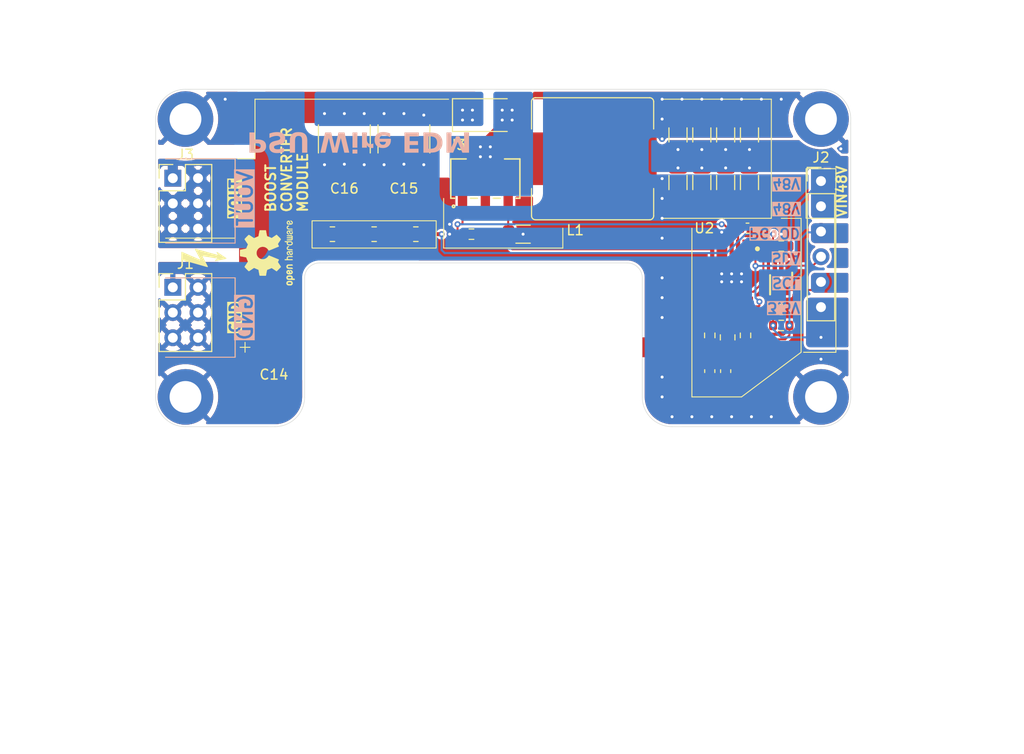
<source format=kicad_pcb>
(kicad_pcb (version 20241229) (generator "pcbnew") (generator_version "9.0")
  (title_block (title "Boost Converter Module") (date "2025-07-29") (rev "G") (company "Rack Robotics, Inc.") (comment 1 "For High-Voltage Phase") (comment 2 "64V-256V Adjustable over I2C") (comment 3 "25W Maximum Power Consumption") (comment 4 "48VDC & 3.3V Required"))
  (layers (0 "F.Cu" signal) (4 "In1.Cu" power) (6 "In2.Cu" power) (2 "B.Cu" signal) (13 "F.Paste" user) (15 "B.Paste" user) (5 "F.SilkS" user "F.Silkscreen") (7 "B.SilkS" user "B.Silkscreen") (1 "F.Mask" user) (3 "B.Mask" user) (25 "Edge.Cuts" user))
  (net 0 "")
  (net 1 "+48V")
  (net 2 "GND")
  (net 3 "+3.3V")
  (net 4 "Net-(U2-VCC)")
  (net 5 "Net-(U2-SS)")
  (net 6 "/V_FEEDBACK")
  (net 7 "/COUT_BOOST")
  (net 8 "/CURRENT_SENSE")
  (net 9 "Net-(C12-Pad1)")
  (net 10 "Net-(U1-H)")
  (net 11 "/COMPENSATION")
  (net 12 "/BOOST_PGOOD")
  (net 13 "Net-(U2-RT)")
  (net 15 "/BOOST_SWITCH_NET")
  (net 16 "/GATE_NET")
  (net 17 "Net-(R1-Pad2)")
  (net 18 "Net-(R2-Pad2)")
  (net 19 "Net-(J2-Pin_5)")
  (net 20 "Net-(J2-Pin_4)")
  (footprint "Symbol:OSHW-Logo2_7.3x6mm_SilkScreen" (layer "F.Cu") (at 48.25 53.5 90)
    (property "Reference" "REF**" (hide yes))
    (property "Value" "OSHW-Logo2_7.3x6mm_SilkScreen" (hide yes))
  )
  (footprint "Capacitor_SMD:C_0603_1608Metric" (layer "F.Cu") (at 94.4 65.4 -90)
    (property "Reference" "C13" (hide yes))
    (property "Value" "F")
    (pad "1" smd roundrect (at -0.775 0 270) (size 0.9 0.95) (layers "F.Cu" "F.Mask" "F.Paste") (net 11 "/COMPENSATION"))
    (pad "2" smd roundrect (at 0.775 0 270) (size 0.9 0.95) (layers "F.Cu" "F.Mask" "F.Paste") (net 2 "GND"))
  )
  (footprint "MountingHole:MountingHole_3.2mm_M3_DIN965_Pad_TopBottom" (layer "F.Cu") (at 104 40)
    (property "Reference" "H2" (hide yes))
    (property "Value" "M3_DIN")
    (pad "1" thru_hole circle (at 0 0) (size 3.6 3.6) (drill 3.2) (layers "*.Cu" "*.Mask") (net 2 "GND"))
    (pad "1" connect circle (at 0 0) (size 5.6 5.6) (layers "F.Cu" "F.Mask") (net 2 "GND"))
    (pad "1" connect circle (at 0 0) (size 5.6 5.6) (layers "B.Cu" "B.Mask") (net 2 "GND"))
  )
  (footprint "Resistor_SMD:R_0805_2012Metric" (layer "F.Cu") (at 54.8 51.6)
    (property "Reference" "R1" (hide yes))
    (property "Value" "200K")
    (pad "1" smd roundrect (at -0.9125 0) (size 1.025 1.4) (layers "F.Cu" "F.Mask" "F.Paste") (roundrect_rratio 0.243902) (net 7 "/COUT_BOOST"))
    (pad "2" smd roundrect (at 0.9125 0) (size 1.025 1.4) (layers "F.Cu" "F.Mask" "F.Paste") (roundrect_rratio 0.243902) (net 17 "Net-(R1-Pad2)"))
  )
  (footprint "Connector_PinHeader_2.54mm:PinHeader_2x03_P2.54mm_Vertical" (layer "F.Cu") (at 38.725 56.96)
    (property "Reference" "J1" (at 1.27 -2.38 0) (layer "F.SilkS"))
    (property "Value" "Vout Conn")
    (pad "1" thru_hole rect (at 0 0) (size 1.7 1.7) (drill 1) (layers "*.Cu" "*.Mask") (net 2 "GND"))
    (pad "2" thru_hole circle (at 2.54 0) (size 1.7 1.7) (drill 1) (layers "*.Cu" "*.Mask") (net 2 "GND"))
    (pad "3" thru_hole circle (at 0 2.54) (size 1.7 1.7) (drill 1) (layers "*.Cu" "*.Mask") (net 2 "GND"))
    (pad "4" thru_hole circle (at 2.54 2.54) (size 1.7 1.7) (drill 1) (layers "*.Cu" "*.Mask") (net 2 "GND"))
    (pad "5" thru_hole circle (at 0 5.08) (size 1.7 1.7) (drill 1) (layers "*.Cu" "*.Mask") (net 2 "GND"))
    (pad "6" thru_hole circle (at 2.54 5.08) (size 1.7 1.7) (drill 1) (layers "*.Cu" "*.Mask") (net 2 "GND"))
  )
  (footprint "Resistor_SMD:R_1206_3216Metric" (layer "F.Cu") (at 74 51.6)
    (property "Reference" "R9" (hide yes))
    (property "Value" "90mR")
    (pad "1" smd roundrect (at -1.4625 0) (size 1.125 1.75) (layers "F.Cu" "F.Mask" "F.Paste") (roundrect_rratio 0.222222) (net 8 "/CURRENT_SENSE"))
    (pad "2" smd roundrect (at 1.4625 0) (size 1.125 1.75) (layers "F.Cu" "F.Mask" "F.Paste") (roundrect_rratio 0.222222) (net 2 "GND"))
  )
  (footprint "Resistor_SMD:R_0603_1608Metric" (layer "F.Cu") (at 68.8 51.6)
    (property "Reference" "R8" (hide yes))
    (property "Value" "100K")
    (pad "1" smd roundrect (at -0.825 0) (size 0.8 0.95) (layers "F.Cu" "F.Mask" "F.Paste") (net 16 "/GATE_NET"))
    (pad "2" smd roundrect (at 0.825 0) (size 0.8 0.95) (layers "F.Cu" "F.Mask" "F.Paste") (net 8 "/CURRENT_SENSE"))
  )
  (footprint "Capacitor_SMD:C_0805_2012Metric" (layer "F.Cu") (at 94.6 62 -90)
    (property "Reference" "C11" (hide yes))
    (property "Value" "33 uF")
    (pad "1" smd roundrect (at -0.95 0 270) (size 1 1.45) (layers "F.Cu" "F.Mask" "F.Paste") (net 5 "Net-(U2-SS)"))
    (pad "2" smd roundrect (at 0.95 0 270) (size 1 1.45) (layers "F.Cu" "F.Mask" "F.Paste") (net 2 "GND"))
  )
  (footprint "Resistor_SMD:R_0603_1608Metric" (layer "F.Cu") (at 96.4 61.8 -90)
    (property "Reference" "R6" (hide yes))
    (property "Value" "49.3K")
    (pad "1" smd roundrect (at -0.825 0 270) (size 0.8 0.95) (layers "F.Cu" "F.Mask" "F.Paste") (net 13 "Net-(U2-RT)"))
    (pad "2" smd roundrect (at 0.825 0 270) (size 0.8 0.95) (layers "F.Cu" "F.Mask" "F.Paste") (net 2 "GND"))
  )
  (footprint "powercore-development:SRR1210-681M" (layer "F.Cu") (at 81 44 180)
    (property "Reference" "L1" (at 1.75 -7.2 0) (layer "F.SilkS"))
    (property "Value" "680 uH")
    (pad "1" smd rect (at -5.05 0 180) (size 2.8 5.3) (layers "F.Cu" "F.Mask" "F.Paste") (net 1 "+48V"))
    (pad "2" smd rect (at 5.05 0 180) (size 2.8 5.3) (layers "F.Cu" "F.Mask" "F.Paste") (net 15 "/BOOST_SWITCH_NET"))
  )
  (footprint "Capacitor_SMD:C_1206_3216Metric" (layer "F.Cu") (at 89.6 41.6 90)
    (property "Reference" "C8" (hide yes))
    (property "Value" "10 uF")
    (pad "1" smd roundrect (at -1.475 0 90) (size 1.15 1.8) (layers "F.Cu" "F.Mask" "F.Paste") (roundrect_rratio 0.217391) (net 1 "+48V"))
    (pad "2" smd roundrect (at 1.475 0 90) (size 1.15 1.8) (layers "F.Cu" "F.Mask" "F.Paste") (roundrect_rratio 0.217391) (net 2 "GND"))
  )
  (footprint "Resistor_SMD:R_0805_2012Metric" (layer "F.Cu") (at 63.2 51.6)
    (property "Reference" "R3" (hide yes))
    (property "Value" "200K")
    (pad "1" smd roundrect (at -0.9125 0) (size 1.025 1.4) (layers "F.Cu" "F.Mask" "F.Paste") (roundrect_rratio 0.243902) (net 18 "Net-(R2-Pad2)"))
    (pad "2" smd roundrect (at 0.9125 0) (size 1.025 1.4) (layers "F.Cu" "F.Mask" "F.Paste") (roundrect_rratio 0.243902) (net 6 "/V_FEEDBACK"))
  )
  (footprint "Capacitor_SMD:C_1206_3216Metric" (layer "F.Cu") (at 94.4 41.6 90)
    (property "Reference" "C3" (hide yes))
    (property "Value" "10 uF")
    (pad "1" smd roundrect (at -1.475 0 90) (size 1.15 1.8) (layers "F.Cu" "F.Mask" "F.Paste") (roundrect_rratio 0.217391) (net 1 "+48V"))
    (pad "2" smd roundrect (at 1.475 0 90) (size 1.15 1.8) (layers "F.Cu" "F.Mask" "F.Paste") (roundrect_rratio 0.217391) (net 2 "GND"))
  )
  (footprint "Capacitor_SMD:C_1206_3216Metric" (layer "F.Cu") (at 96.8 41.6 90)
    (property "Reference" "C2" (hide yes))
    (property "Value" "10 uF")
    (pad "1" smd roundrect (at -1.475 0 90) (size 1.15 1.8) (layers "F.Cu" "F.Mask" "F.Paste") (roundrect_rratio 0.217391) (net 1 "+48V"))
    (pad "2" smd roundrect (at 1.475 0 90) (size 1.15 1.8) (layers "F.Cu" "F.Mask" "F.Paste") (roundrect_rratio 0.217391) (net 2 "GND"))
  )
  (footprint "Resistor_SMD:R_0603_1608Metric" (layer "F.Cu") (at 100 52.8 180)
    (property "Reference" "R4" (hide yes))
    (property "Value" "2.2K")
    (pad "1" smd roundrect (at -0.825 0 180) (size 0.8 0.95) (layers "F.Cu" "F.Mask" "F.Paste") (net 10 "Net-(U1-H)"))
    (pad "2" smd roundrect (at 0.825 0 180) (size 0.8 0.95) (layers "F.Cu" "F.Mask" "F.Paste") (net 6 "/V_FEEDBACK"))
  )
  (footprint "Resistor_SMD:R_0603_1608Metric" (layer "F.Cu") (at 92.8 61.8 -90)
    (property "Reference" "R7" (hide yes))
    (property "Value" "15K")
    (pad "1" smd roundrect (at -0.825 0 270) (size 0.8 0.95) (layers "F.Cu" "F.Mask" "F.Paste") (net 11 "/COMPENSATION"))
    (pad "2" smd roundrect (at 0.825 0 270) (size 0.8 0.95) (layers "F.Cu" "F.Mask" "F.Paste") (net 9 "Net-(C12-Pad1)"))
  )
  (footprint "Capacitor_SMD:C_1206_3216Metric" (layer "F.Cu") (at 96.8 46.4 -90)
    (property "Reference" "C1" (hide yes))
    (property "Value" "10 uF")
    (pad "1" smd roundrect (at -1.475 0 270) (size 1.15 1.8) (layers "F.Cu" "F.Mask" "F.Paste") (roundrect_rratio 0.217391) (net 1 "+48V"))
    (pad "2" smd roundrect (at 1.475 0 270) (size 1.15 1.8) (layers "F.Cu" "F.Mask" "F.Paste") (roundrect_rratio 0.217391) (net 2 "GND"))
  )
  (footprint "powercore-development:TPL0401B-10DCKR" (layer "F.Cu") (at 100 56 90)
    (property "Reference" "U1" (hide yes))
    (property "Value" "TPL0401B-10DCKR")
    (pad "1" smd rect (at -1.224999 -0.650001 180) (size 0.449999 1.05) (layers "F.Cu" "F.Mask" "F.Paste") (net 3 "+3.3V"))
    (pad "2" smd rect (at -1.224999 0 180) (size 0.449999 1.05) (layers "F.Cu" "F.Mask" "F.Paste") (net 2 "GND"))
    (pad "3" smd rect (at -1.224999 0.649999 180) (size 0.449999 1.05) (layers "F.Cu" "F.Mask" "F.Paste") (net 19 "Net-(J2-Pin_5)"))
    (pad "4" smd rect (at 1.225001 0.649999 180) (size 0.449999 1.05) (layers "F.Cu" "F.Mask" "F.Paste") (net 20 "Net-(J2-Pin_4)"))
    (pad "5" smd rect (at 1.225001 0 180) (size 0.449999 1.05) (layers "F.Cu" "F.Mask" "F.Paste") (net 2 "GND"))
    (pad "6" smd rect (at 1.225001 -0.650001 180) (size 0.449999 1.05) (layers "F.Cu" "F.Mask" "F.Paste") (net 10 "Net-(U1-H)"))
  )
  (footprint "Capacitor_SMD:C_2220_5750Metric" (layer "F.Cu") (at 62 42 -90)
    (property "Reference" "C15" (at 5 0 0) (layer "F.SilkS"))
    (property "Value" "2.2 uF")
    (pad "1" smd roundrect (at -2.55 0 270) (size 1.8 5.4) (layers "F.Cu" "F.Mask" "F.Paste") (roundrect_rratio 0.138889) (net 7 "/COUT_BOOST"))
    (pad "2" smd roundrect (at 2.55 0 270) (size 1.8 5.4) (layers "F.Cu" "F.Mask" "F.Paste") (roundrect_rratio 0.138889) (net 2 "GND"))
  )
  (footprint "Capacitor_SMD:C_0603_1608Metric" (layer "F.Cu") (at 96.6 51)
    (property "Reference" "C10" (hide yes))
    (property "Value" "1 uF")
    (pad "1" smd roundrect (at -0.775 0) (size 0.9 0.95) (layers "F.Cu" "F.Mask" "F.Paste") (net 4 "Net-(U2-VCC)"))
    (pad "2" smd roundrect (at 0.775 0) (size 0.9 0.95) (layers "F.Cu" "F.Mask" "F.Paste") (net 2 "GND"))
  )
  (footprint "powercore-development:lm5156h" (layer "F.Cu") (at 95 56 -90)
    (property "Reference" "U2" (at -5 2.75 0) (layer "F.SilkS"))
    (property "Value" "LM5156HPWPR")
    (pad "1" smd rect (at -2.875384 -1.950001 270) (size 1.955432 0.420766) (layers "F.Cu" "F.Mask" "F.Paste") (net 1 "+48V"))
    (pad "2" smd rect (at -2.875384 -1.3 270) (size 1.955432 0.420766) (layers "F.Cu" "F.Mask" "F.Paste"))
    (pad "3" smd rect (at -2.875384 -0.650001 270) (size 1.955432 0.420766) (layers "F.Cu" "F.Mask" "F.Paste") (net 4 "Net-(U2-VCC)"))
    (pad "4" smd rect (at -2.875384 0 270) (size 1.955432 0.420766) (layers "F.Cu" "F.Mask" "F.Paste") (net 16 "/GATE_NET"))
    (pad "5" smd rect (at -2.875384 0.650001 270) (size 1.955432 0.420766) (layers "F.Cu" "F.Mask" "F.Paste") (net 2 "GND"))
    (pad "6" smd rect (at -2.875384 1.3 270) (size 1.955432 0.420766) (layers "F.Cu" "F.Mask" "F.Paste") (net 2 "GND"))
    (pad "7" smd rect (at -2.875384 1.950001 270) (size 1.955432 0.420766) (layers "F.Cu" "F.Mask" "F.Paste") (net 8 "/CURRENT_SENSE"))
    (pad "8" smd rect (at 2.875384 1.950001 270) (size 1.955432 0.420766) (layers "F.Cu" "F.Mask" "F.Paste") (net 11 "/COMPENSATION"))
    (pad "9" smd rect (at 2.875384 1.3 270) (size 1.955432 0.420766) (layers "F.Cu" "F.Mask" "F.Paste") (net 2 "GND"))
    (pad "10" smd rect (at 2.875384 0.650001 270) (size 1.955432 0.420766) (layers "F.Cu" "F.Mask" "F.Paste") (net 6 "/V_FEEDBACK"))
    (pad "11" smd rect (at 2.875384 0 270) (size 1.955432 0.420766) (layers "F.Cu" "F.Mask" "F.Paste") (net 5 "Net-(U2-SS)"))
    (pad "12" smd rect (at 2.875384 -0.650001 270) (size 1.955432 0.420766) (layers "F.Cu" "F.Mask" "F.Paste") (net 13 "Net-(U2-RT)"))
    (pad "13" smd rect (at 2.875384 -1.3 270) (size 1.955432 0.420766) (layers "F.Cu" "F.Mask" "F.Paste") (net 12 "/BOOST_PGOOD"))
    (pad "14" smd rect (at 2.875384 -1.950001 270) (size 1.955432 0.420766) (layers "F.Cu" "F.Mask" "F.Paste") (net 1 "+48V"))
    (pad "15" smd rect (at 0 0 270) (size 1.819999 2.859999) (layers "F.Cu" "F.Mask") (net 2 "GND"))
  )
  (footprint "Capacitor_SMD:C_0603_1608Metric" (layer "F.Cu") (at 92.8 65.4 -90)
    (property "Reference" "C12" (hide yes))
    (property "Value" "39nF")
    (pad "1" smd roundrect (at -0.775 0 270) (size 0.9 0.95) (layers "F.Cu" "F.Mask" "F.Paste") (net 9 "Net-(C12-Pad1)"))
    (pad "2" smd roundrect (at 0.775 0 270) (size 0.9 0.95) (layers "F.Cu" "F.Mask" "F.Paste") (net 2 "GND"))
  )
  (footprint "powercore-development:STN3N40K3" (layer "F.Cu") (at 70.2 46)
    (property "Reference" "U3" (at -2.95 -3.4 0) (layer "F.SilkS"))
    (property "Value" "STN3N40K3")
    (pad "1" smd rect (at -2.3 2.7432) (size 0.9398 2.5146) (layers "F.Cu" "F.Mask" "F.Paste") (net 16 "/GATE_NET"))
    (pad "2" smd rect (at 0 2.7432) (size 0.9398 2.5146) (layers "F.Cu" "F.Mask" "F.Paste") (net 15 "/BOOST_SWITCH_NET"))
    (pad "3" smd rect (at 2.3 2.7432) (size 0.9398 2.5146) (layers "F.Cu" "F.Mask" "F.Paste") (net 8 "/CURRENT_SENSE"))
    (pad "4" smd rect (at 0 -2.7432) (size 3.2004 2.5146) (layers "F.Cu" "F.Mask" "F.Paste") (net 15 "/BOOST_SWITCH_NET"))
  )
  (footprint "Capacitor_SMD:C_1206_3216Metric" (layer "F.Cu") (at 92 46.4 -90)
    (property "Reference" "C7" (hide yes))
    (property "Value" "10 uF")
    (pad "1" smd roundrect (at -1.475 0 270) (size 1.15 1.8) (layers "F.Cu" "F.Mask" "F.Paste") (roundrect_rratio 0.217391) (net 1 "+48V"))
    (pad "2" smd roundrect (at 1.475 0 270) (size 1.15 1.8) (layers "F.Cu" "F.Mask" "F.Paste") (roundrect_rratio 0.217391) (net 2 "GND"))
  )
  (footprint "Capacitor_SMD:C_2220_5750Metric" (layer "F.Cu") (at 56 42 -90)
    (property "Reference" "C16" (at 5 0 0) (layer "F.SilkS"))
    (property "Value" "2.2 uF")
    (pad "1" smd roundrect (at -2.55 0 270) (size 1.8 5.4) (layers "F.Cu" "F.Mask" "F.Paste") (roundrect_rratio 0.138889) (net 7 "/COUT_BOOST"))
    (pad "2" smd roundrect (at 2.55 0 270) (size 1.8 5.4) (layers "F.Cu" "F.Mask" "F.Paste") (roundrect_rratio 0.138889) (net 2 "GND"))
  )
  (footprint "Resistor_SMD:R_0805_2012Metric" (layer "F.Cu") (at 59 51.6)
    (property "Reference" "R2" (hide yes))
    (property "Value" "200K")
    (pad "1" smd roundrect (at -0.9125 0) (size 1.025 1.4) (layers "F.Cu" "F.Mask" "F.Paste") (roundrect_rratio 0.243902) (net 17 "Net-(R1-Pad2)"))
    (pad "2" smd roundrect (at 0.9125 0) (size 1.025 1.4) (layers "F.Cu" "F.Mask" "F.Paste") (roundrect_rratio 0.243902) (net 18 "Net-(R2-Pad2)"))
  )
  (footprint "MountingHole:MountingHole_3.2mm_M3_DIN965_Pad_TopBottom" (layer "F.Cu") (at 40 40)
    (property "Reference" "H4" (hide yes))
    (property "Value" "M3_DIN")
    (pad "1" thru_hole circle (at 0 0) (size 3.6 3.6) (drill 3.2) (layers "*.Cu" "*.Mask") (net 2 "GND"))
    (pad "1" connect circle (at 0 0) (size 5.6 5.6) (layers "F.Cu" "F.Mask") (net 2 "GND"))
    (pad "1" connect circle (at 0 0) (size 5.6 5.6) (layers "B.Cu" "B.Mask") (net 2 "GND"))
  )
  (footprint "Capacitor_SMD:C_1206_3216Metric" (layer "F.Cu") (at 94.4 46.4 -90)
    (property "Reference" "C9" (hide yes))
    (property "Value" "10 uF")
    (pad "1" smd roundrect (at -1.475 0 270) (size 1.15 1.8) (layers "F.Cu" "F.Mask" "F.Paste") (roundrect_rratio 0.217391) (net 1 "+48V"))
    (pad "2" smd roundrect (at 1.475 0 270) (size 1.15 1.8) (layers "F.Cu" "F.Mask" "F.Paste") (roundrect_rratio 0.217391) (net 2 "GND"))
  )
  (footprint "MountingHole:MountingHole_3.2mm_M3_DIN965_Pad_TopBottom" (layer "F.Cu") (at 104 68)
    (property "Reference" "H3" (hide yes))
    (property "Value" "M3_DIN")
    (pad "1" thru_hole circle (at 0 0) (size 3.6 3.6) (drill 3.2) (layers "*.Cu" "*.Mask") (net 2 "GND"))
    (pad "1" connect circle (at 0 0) (size 5.6 5.6) (layers "F.Cu" "F.Mask") (net 2 "GND"))
    (pad "1" connect circle (at 0 0) (size 5.6 5.6) (layers "B.Cu" "B.Mask") (net 2 "GND"))
  )
  (footprint "Capacitor_SMD:C_1206_3216Metric" (layer "F.Cu") (at 92 41.6 90)
    (property "Reference" "C6" (hide yes))
    (property "Value" "10 uF")
    (pad "1" smd roundrect (at -1.475 0 90) (size 1.15 1.8) (layers "F.Cu" "F.Mask" "F.Paste") (roundrect_rratio 0.217391) (net 1 "+48V"))
    (pad "2" smd roundrect (at 1.475 0 90) (size 1.15 1.8) (layers "F.Cu" "F.Mask" "F.Paste") (roundrect_rratio 0.217391) (net 2 "GND"))
  )
  (footprint "Capacitor_SMD:C_0603_1608Metric" (layer "F.Cu") (at 100 59.2)
    (property "Reference" "C5" (hide yes))
    (property "Value" "1 uF")
    (pad "1" smd roundrect (at -0.775 0) (size 0.9 0.95) (layers "F.Cu" "F.Mask" "F.Paste") (net 3 "+3.3V"))
    (pad "2" smd roundrect (at 0.775 0) (size 0.9 0.95) (layers "F.Cu" "F.Mask" "F.Paste") (net 2 "GND"))
  )
  (footprint "Connector_PinHeader_2.54mm:PinHeader_1x06_P2.54mm_Vertical" (layer "F.Cu") (at 104 46.25)
    (property "Reference" "J2" (at 0 -2.38 0) (layer "F.SilkS"))
    (property "Value" "Conn_01x06")
    (pad "1" thru_hole rect (at 0 0) (size 1.7 1.7) (drill 1) (layers "*.Cu" "*.Mask") (net 1 "+48V"))
    (pad "2" thru_hole circle (at 0 2.54) (size 1.7 1.7) (drill 1) (layers "*.Cu" "*.Mask") (net 1 "+48V"))
    (pad "3" thru_hole circle (at 0 5.08) (size 1.7 1.7) (drill 1) (layers "*.Cu" "*.Mask") (net 12 "/BOOST_PGOOD"))
    (pad "4" thru_hole circle (at 0 7.62) (size 1.7 1.7) (drill 1) (layers "*.Cu" "*.Mask") (net 20 "Net-(J2-Pin_4)"))
    (pad "5" thru_hole circle (at 0 10.16) (size 1.7 1.7) (drill 1) (layers "*.Cu" "*.Mask") (net 19 "Net-(J2-Pin_5)"))
    (pad "6" thru_hole circle (at 0 12.7) (size 1.7 1.7) (drill 1) (layers "*.Cu" "*.Mask") (net 3 "+3.3V"))
  )
  (footprint "Resistor_SMD:R_0603_1608Metric" (layer "F.Cu") (at 100 60.8)
    (property "Reference" "R5" (hide yes))
    (property "Value" "2.2K")
    (pad "1" smd roundrect (at -0.825 0) (size 0.8 0.95) (layers "F.Cu" "F.Mask" "F.Paste") (net 3 "+3.3V"))
    (pad "2" smd roundrect (at 0.825 0) (size 0.8 0.95) (layers "F.Cu" "F.Mask" "F.Paste") (net 12 "/BOOST_PGOOD"))
  )
  (footprint "powercore-development:226TTA350M" (layer "F.Cu") (at 49 63)
    (property "Reference" "C14" (at -0.09 2.75 0) (layer "F.SilkS"))
    (property "Value" "22UF")
    (pad "1" smd rect (at 0 0) (size 4 2) (layers "F.Cu" "F.Mask" "F.Paste") (net 7 "/COUT_BOOST"))
    (pad "2" smd rect (at 39 0) (size 4 2) (layers "F.Cu" "F.Mask" "F.Paste") (net 2 "GND"))
  )
  (footprint "MountingHole:MountingHole_3.2mm_M3_DIN965_Pad_TopBottom" (layer "F.Cu") (at 40 68)
    (property "Reference" "H1" (hide yes))
    (property "Value" "M3_DIN")
    (pad "1" thru_hole circle (at 0 0) (size 3.6 3.6) (drill 3.2) (layers "*.Cu" "*.Mask") (net 2 "GND"))
    (pad "1" connect circle (at 0 0) (size 5.6 5.6) (layers "F.Cu" "F.Mask") (net 2 "GND"))
    (pad "1" connect circle (at 0 0) (size 5.6 5.6) (layers "B.Cu" "B.Mask") (net 2 "GND"))
  )
  (footprint "powercore-development:Symbol_HighVoltage_NoTriangle_2x5mm_Front_Silkscreen" (layer "F.Cu") (at 42 53.75 90)
    (property "Reference" "REF**" (hide yes))
    (property "Value" "Symbol_HighVoltage_NoTriangle_2x5mm_Front_Silkscreen" (hide yes))
  )
  (footprint "Connector_PinHeader_2.54mm:PinHeader_2x03_P2.54mm_Vertical" (layer "F.Cu") (at 38.725 45.96)
    (property "Reference" "J3" (at 1.27 -2.38 0) (layer "F.SilkS"))
    (property "Value" "Vout Conn")
    (pad "1" thru_hole rect (at 0 0) (size 1.7 1.7) (drill 1) (layers "*.Cu" "*.Mask") (net 7 "/COUT_BOOST"))
    (pad "2" thru_hole circle (at 2.54 0) (size 1.7 1.7) (drill 1) (layers "*.Cu" "*.Mask") (net 7 "/COUT_BOOST"))
    (pad "3" thru_hole circle (at 0 2.54) (size 1.7 1.7) (drill 1) (layers "*.Cu" "*.Mask") (net 7 "/COUT_BOOST"))
    (pad "4" thru_hole circle (at 2.54 2.54) (size 1.7 1.7) (drill 1) (layers "*.Cu" "*.Mask") (net 7 "/COUT_BOOST"))
    (pad "5" thru_hole circle (at 0 5.08) (size 1.7 1.7) (drill 1) (layers "*.Cu" "*.Mask") (net 7 "/COUT_BOOST"))
    (pad "6" thru_hole circle (at 2.54 5.08) (size 1.7 1.7) (drill 1) (layers "*.Cu" "*.Mask") (net 7 "/COUT_BOOST"))
  )
  (footprint "Diode_SMD:D_SMA" (layer "F.Cu") (at 70.4 39.6)
    (property "Reference" "D1" (hide yes))
    (property "Value" "US1M-13-F")
    (pad "1" smd roundrect (at -2 0) (size 2.5 1.8) (layers "F.Cu" "F.Mask" "F.Paste") (roundrect_rratio 0.1388888889) (net 7 "/COUT_BOOST"))
    (pad "2" smd roundrect (at 2 0) (size 2.5 1.8) (layers "F.Cu" "F.Mask" "F.Paste") (roundrect_rratio 0.1388888889) (net 15 "/BOOST_SWITCH_NET"))
  )
  (footprint "Capacitor_SMD:C_1206_3216Metric" (layer "F.Cu") (at 89.6 46.4 -90)
    (property "Reference" "C4" (hide yes))
    (property "Value" "10 uF")
    (pad "1" smd roundrect (at -1.475 0 270) (size 1.15 1.8) (layers "F.Cu" "F.Mask" "F.Paste") (roundrect_rratio 0.217391) (net 1 "+48V"))
    (pad "2" smd roundrect (at 1.475 0 270) (size 1.15 1.8) (layers "F.Cu" "F.Mask" "F.Paste") (roundrect_rratio 0.217391) (net 2 "GND"))
  )
  (gr_line (start 95.2 67.2) (end 95 67.4) (stroke (width 0.2)) (layer "F.Cu") (net 11))
  (gr_line (start 45 56) (end 45 64) (stroke (width 0.1)) (layer "F.SilkS"))
  (gr_line (start 99 38) (end 88 38) (stroke (width 0.1)) (layer "F.SilkS"))
  (gr_line (start 38 56) (end 45 56) (stroke (width 0.1)) (layer "F.SilkS"))
  (gr_line (start 102 50) (end 102 63.5) (stroke (width 0.1)) (layer "F.SilkS"))
  (gr_rect (start 102.5 45) (end 105.5 50) (stroke (width 0.1)) (fill no) (layer "F.SilkS"))
  (gr_line (start 47 38) (end 66.5 38) (stroke (width 0.1)) (layer "F.SilkS"))
  (gr_line (start 45 64) (end 38 64) (stroke (width 0.1)) (layer "F.SilkS"))
  (gr_line (start 78 53) (end 78 51) (stroke (width 0.1)) (layer "F.SilkS"))
  (gr_line (start 38 44) (end 45 44) (stroke (width 0.1)) (layer "F.SilkS"))
  (gr_line (start 100 50) (end 102 50) (stroke (width 0.1)) (layer "F.SilkS"))
  (gr_line (start 102 63.5) (end 96 68) (stroke (width 0.1)) (layer "F.SilkS"))
  (gr_line (start 45.25 44) (end 47 44) (stroke (width 0.1)) (layer "F.SilkS"))
  (gr_line (start 99 50) (end 99 38) (stroke (width 0.1)) (layer "F.SilkS"))
  (gr_line (start 66 53) (end 78 53) (stroke (width 0.1)) (layer "F.SilkS"))
  (gr_line (start 45 44) (end 45 52) (stroke (width 0.1)) (layer "F.SilkS"))
  (gr_line (start 102.25 63.5) (end 105.5 63.5) (stroke (width 0.1)) (layer "F.SilkS"))
  (gr_line (start 88 50) (end 99 50) (stroke (width 0.1)) (layer "F.SilkS"))
  (gr_line (start 66 53) (end 66 48) (stroke (width 0.1)) (layer "F.SilkS"))
  (gr_line (start 96 68) (end 91 68) (stroke (width 0.1)) (layer "F.SilkS"))
  (gr_line (start 91 68) (end 91 51) (stroke (width 0.1)) (layer "F.SilkS"))
  (gr_line (start 105.5 63.5) (end 105.5 48.5) (stroke (width 0.1)) (layer "F.SilkS"))
  (gr_line (start 45 52) (end 38 52) (stroke (width 0.1)) (layer "F.SilkS"))
  (gr_line (start 47 44) (end 47 38) (stroke (width 0.1)) (layer "F.SilkS"))
  (gr_rect (start 52.75 50.25) (end 65.25 53) (stroke (width 0.1)) (fill no) (layer "F.SilkS"))
  (gr_line (start 38 56) (end 45 56) (stroke (width 0.1)) (layer "B.SilkS"))
  (gr_line (start 45 56) (end 45 64) (stroke (width 0.1)) (layer "B.SilkS"))
  (gr_line (start 38 44) (end 45 44) (stroke (width 0.1)) (layer "B.SilkS"))
  (gr_line (start 45 64) (end 38 64) (stroke (width 0.1)) (layer "B.SilkS"))
  (gr_line (start 45 52.5) (end 38 52.5) (stroke (width 0.1)) (layer "B.SilkS"))
  (gr_line (start 45 44) (end 45 52.5) (stroke (width 0.1)) (layer "B.SilkS"))
  (gr_line (start 37 40) (end 37 68) (stroke (width 0.05)) (layer "Edge.Cuts"))
  (gr_arc (start 88.999999 71.000001) (mid 86.878679 70.121321) (end 85.999999 68.000001) (stroke (width 0.05)) (layer "Edge.Cuts"))
  (gr_line (start 51.999999 56.000001) (end 52 68.000002) (stroke (width 0.05)) (layer "Edge.Cuts"))
  (gr_line (start 40 71) (end 49 71.000002) (stroke (width 0.05)) (layer "Edge.Cuts"))
  (gr_arc (start 40 71) (mid 37.87868 70.12132) (end 37 68) (stroke (width 0.05)) (layer "Edge.Cuts"))
  (gr_arc (start 84.5 54.499999) (mid 85.560661 54.939339) (end 86.000001 56) (stroke (width 0.05)) (layer "Edge.Cuts"))
  (gr_line (start 104 37) (end 40 37) (stroke (width 0.05)) (layer "Edge.Cuts"))
  (gr_line (start 84.5 54.499999) (end 53.5 54.5) (stroke (width 0.05)) (layer "Edge.Cuts"))
  (gr_line (start 85.999999 68.000001) (end 86 56) (stroke (width 0.05)) (layer "Edge.Cuts"))
  (gr_arc (start 107 68) (mid 106.12132 70.12132) (end 104 71) (stroke (width 0.05)) (layer "Edge.Cuts"))
  (gr_arc (start 104 37) (mid 106.12132 37.87868) (end 107 40) (stroke (width 0.05)) (layer "Edge.Cuts"))
  (gr_arc (start 37 40) (mid 37.87868 37.87868) (end 40 37) (stroke (width 0.05)) (layer "Edge.Cuts"))
  (gr_line (start 104 71) (end 89 71.000001) (stroke (width 0.05)) (layer "Edge.Cuts"))
  (gr_line (start 107 40) (end 107 68) (stroke (width 0.05)) (layer "Edge.Cuts"))
  (gr_arc (start 52 56.000001) (mid 52.439339 54.93934) (end 53.5 54.5) (stroke (width 0.05)) (layer "Edge.Cuts"))
  (gr_arc (start 52.000001 68.000002) (mid 51.121321 70.121321) (end 49.000001 71.000002) (stroke (width 0.05)) (layer "Edge.Cuts"))
  (gr_text "VOUT" (at 45 48 90) (layer "F.SilkS" knockout) (effects (font (size 1 1) (thickness 0.25) (bold yes))))
  (gr_text "VIN48V" (at 105.5 50 90) (layer "F.SilkS") (effects (font (size 1 1) (thickness 0.2) (bold yes)) (justify left top)))
  (gr_text "GND\n" (at 45 60 90) (layer "F.SilkS" knockout) (effects (font (size 1 1) (thickness 0.25) (bold yes))))
  (gr_text "BOOST\nCONVERTER\nMODULE\n" (at 48 49.5 90) (layer "F.SilkS") (effects (font (size 1 1) (thickness 0.2) (bold yes)) (justify left top)))
  (gr_text "PSU Wire EDM\n\n" (at 57.5 40.5 180) (layer "B.SilkS") (effects (font (size 2 2) (thickness 0.4) (bold yes)) (justify mirror)))
  (gr_text "VOUT" (at 46 48 90) (layer "B.SilkS" knockout) (effects (font (size 1.5 1.5) (thickness 0.25) (bold yes)) (justify mirror)))
  (gr_text "48V" (at 102 46.5 180) (layer "B.SilkS" knockout) (effects (font (size 1 1) (thickness 0.2) (bold yes)) (justify right mirror)))
  (gr_text "GND" (at 46 60 90) (layer "B.SilkS" knockout) (effects (font (size 1.5 1.5) (thickness 0.25) (bold yes)) (justify mirror)))
  (gr_text "3.3V" (at 102 59 180) (layer "B.SilkS" knockout) (effects (font (size 1 1) (thickness 0.2) (bold yes)) (justify right mirror)))
  (gr_text "SDA" (at 102 54 180) (layer "B.SilkS" knockout) (effects (font (size 1 1) (thickness 0.2) (bold yes)) (justify right mirror)))
  (gr_text "PGOOD" (at 102 51.5 180) (layer "B.SilkS" knockout) (effects (font (size 1 1) (thickness 0.2) (bold yes)) (justify right mirror)))
  (gr_text "48V" (at 102 49 180) (layer "B.SilkS" knockout) (effects (font (size 1 1) (thickness 0.2) (bold yes)) (justify right mirror)))
  (gr_text "SCL" (at 102 56.5 180) (layer "B.SilkS" knockout) (effects (font (size 1 1) (thickness 0.2) (bold yes)) (justify right mirror)))
  (segment (start 86.975 43.075) (end 86.05 44) (width 0.4) (layer "F.Cu") (net 1))
  (segment (start 97.724616 58.875384) (end 96.950001 58.875384) (width 0.2) (layer "F.Cu") (net 1))
  (segment (start 97.324616 53.275384) (end 96.950001 53.275384) (width 0.2) (layer "F.Cu") (net 1))
  (segment (start 97.8 58.8) (end 97.724616 58.875384) (width 0.2) (layer "F.Cu") (net 1))
  (segment (start 97.4 54.8) (end 97.4 53.350768) (width 0.2) (layer "F.Cu") (net 1))
  (segment (start 97.8 58.4) (end 97.8 58.8) (width 0.2) (layer "F.Cu") (net 1))
  (segment (start 97.4 53.350768) (end 97.324616 53.275384) (width 0.2) (layer "F.Cu") (net 1))
  (segment (start 86.975 44.925) (end 86.05 44) (width 0.4) (layer "F.Cu") (net 1))
  (via (at 96.8 43.075) (size 0.6) (drill 0.3) (layers "F.Cu" "B.Cu") (net 1))
  (via (at 92 43.075) (size 0.6) (drill 0.3) (layers "F.Cu" "B.Cu") (net 1))
  (via (at 97.4 54.8) (size 0.6) (drill 0.3) (layers "F.Cu" "B.Cu") (net 1))
  (via (at 89.6 43.075) (size 0.6) (drill 0.3) (layers "F.Cu" "B.Cu") (net 1))
  (via (at 94.4 44.925) (size 0.6) (drill 0.3) (layers "F.Cu" "B.Cu") (net 1))
  (via (at 97.8 58.4) (size 0.6) (drill 0.3) (layers "F.Cu" "B.Cu") (net 1))
  (via (at 94.4 43.075) (size 0.6) (drill 0.3) (layers "F.Cu" "B.Cu") (net 1))
  (via (at 96.8 44.925) (size 0.6) (drill 0.3) (layers "F.Cu" "B.Cu") (net 1))
  (via (at 89.6 44.925) (size 0.6) (drill 0.3) (layers "F.Cu" "B.Cu") (net 1))
  (via (at 92 44.925) (size 0.6) (drill 0.3) (layers "F.Cu" "B.Cu") (net 1))
  (segment (start 97.8 58.4) (end 97.4 58) (width 0.2) (layer "B.Cu") (net 1))
  (segment (start 97.4 58) (end 97.4 54.8) (width 0.2) (layer "B.Cu") (net 1))
  (segment (start 101 49.25) (end 104 46.25) (width 0.2) (layer "B.Cu") (net 1))
  (segment (start 101 54.3) (end 101 49.25) (width 0.2) (layer "B.Cu") (net 1))
  (segment (start 100.5 54.8) (end 101 54.3) (width 0.2) (layer "B.Cu") (net 1))
  (segment (start 97.4 54.8) (end 100.5 54.8) (width 0.2) (layer "B.Cu") (net 1))
  (segment (start 93.7 56.7) (end 94.4 56) (width 0.2) (layer "F.Cu") (net 2))
  (segment (start 93.6 63.4) (end 94.05 62.95) (width 0.2) (layer "F.Cu") (net 2))
  (segment (start 100.775 58.575) (end 100.775 59.2) (width 0.2) (layer "F.Cu") (net 2))
  (segment (start 94.4 66.175) (end 92.8 66.175) (width 0.2) (layer "F.Cu") (net 2))
  (segment (start 94.05 62.95) (end 94.6 62.95) (width 0.2) (layer "F.Cu") (net 2))
  (segment (start 94.4 56) (end 95 56) (width 0.2) (layer "F.Cu") (net 2))
  (segment (start 94.4 66.175) (end 93.6 65.375) (width 0.2) (layer "F.Cu") (net 2))
  (segment (start 94.349999 53.124616) (end 94.349999 55.349999) (width 0.2) (layer "F.Cu") (net 2))
  (segment (start 100 57.8) (end 100.775 58.575) (width 0.2) (layer "F.Cu") (net 2))
  (segment (start 93.7 58.875384) (end 93.7 56.7) (width 0.2) (layer "F.Cu") (net 2))
  (segment (start 100 57.224999) (end 100 54.774999) (width 0.2) (layer "F.Cu") (net 2))
  (segment (start 94.349999 55.349999) (end 95 56) (width 0.2) (layer "F.Cu") (net 2))
  (segment (start 96.4 62.625) (end 94.925 62.625) (width 0.2) (layer "F.Cu") (net 2))
  (segment (start 93.6 65.375) (end 93.6 63.4) (width 0.2) (layer "F.Cu") (net 2))
  (segment (start 100 57.224999) (end 100 57.8) (width 0.2) (layer "F.Cu") (net 2))
  (segment (start 94.925 62.625) (end 94.6 62.95) (width 0.2) (layer "F.Cu") (net 2))
  (via (at 44 38) (size 0.6) (drill 0.3) (layers "F.Cu" "B.Cu") (net 2))
  (via (at 66.6 51.6) (size 0.6) (drill 0.3) (layers "F.Cu" "B.Cu") (net 2))
  (via (at 94 38) (size 0.6) (drill 0.3) (layers "F.Cu" "B.Cu") (net 2))
  (via (at 54 44.6) (size 0.6) (drill 0.3) (layers "F.Cu" "B.Cu") (net 2))
  (via (at 88 38) (size 0.6) (drill 0.3) (layers "F.Cu" "B.Cu") (net 2))
  (via (at 74 51.6) (size 0.6) (drill 0.3) (layers "F.Cu" "B.Cu") (net 2))
  (via (at 96 56.4) (size 0.6) (drill 0.3) (layers "F.Cu" "B.Cu") (net 2))
  (via (at 62 44.55) (size 0.6) (drill 0.3) (layers "F.Cu" "B.Cu") (net 2))
  (via (at 94 56.4) (size 0.6) (drill 0.3) (layers "F.Cu" "B.Cu") (net 2))
  (via (at 98 38) (size 0.6) (drill 0.3) (layers "F.Cu" "B.Cu") (net 2))
  (via (at 90 38) (size 0.6) (drill 0.3) (layers "F.Cu" "B.Cu") (net 2))
  (via (at 88 40) (size 0.6) (drill 0.3) (layers "F.Cu" "B.Cu") (net 2))
  (via (at 88 68) (size 0.6) (drill 0.3) (layers "F.Cu" "B.Cu") (net 2))
  (via (at 66.6 50.6) (size 0.6) (drill 0.3) (layers "F.Cu" "B.Cu") (net 2))
  (via (at 93 70) (size 0.6) (drill 0.3) (layers "F.Cu" "B.Cu") (net 2))
  (via (at 88 46) (size 0.6) (drill 0.3) (layers "F.Cu" "B.Cu") (net 2))
  (via (at 106 43) (size 0.6) (drill 0.3) (layers "F.Cu" "B.Cu") (net 2))
  (via (at 88 56) (size 0.6) (drill 0.3) (layers "F.Cu" "B.Cu") (net 2))
  (via (at 60 44.6) (size 0.6) (drill 0.3) (layers "F.Cu" "B.Cu") (net 2))
  (via (at 94 51.400003) (size 0.6) (drill 0.3) (layers "F.Cu" "B.Cu") (net 2))
  (via (at 96 55.6) (size 0.6) (drill 0.3) (layers "F.Cu" "B.Cu") (net 2))
  (via (at 95 56.4) (size 0.6) (drill 0.3) (layers "F.Cu" "B.Cu") (net 2))
  (via (at 97 70) (size 0.6) (drill 0.3) (layers "F.Cu" "B.Cu") (net 2))
  (via (at 89 70) (size 0.6) (drill 0.3) (layers "F.Cu" "B.Cu") (net 2))
  (via (at 88 52) (size 0.6) (drill 0.3) (layers "F.Cu" "B.Cu") (net 2))
  (via (at 94 55.6) (size 0.6) (drill 0.3) (layers "F.Cu" "B.Cu") (net 2))
  (via (at 64 44.6) (size 0.6) (drill 0.3) (layers "F.Cu" "B.Cu") (net 2))
  (via (at 88 50) (size 0.6) (drill 0.3) (layers "F.Cu" "B.Cu") (net 2))
  (via (at 91 70) (size 0.6) (drill 0.3) (layers "F.Cu" "B.Cu") (net 2))
  (via (at 56 44.55) (size 0.6) (drill 0.3) (layers "F.Cu" "B.Cu") (net 2))
  (via (at 100 38) (size 0.6) (drill 0.3) (layers "F.Cu" "B.Cu") (net 2))
  (via (at 100.000003 51.6) (size 0.6) (drill 0.3) (layers "F.Cu" "B.Cu") (net 2))
  (via (at 95 55.6) (size 0.6) (drill 0.3) (layers "F.Cu" "B.Cu") (net 2))
  (via (at 88 60) (size 0.6) (drill 0.3) (layers "F.Cu" "B.Cu") (net 2))
  (via (at 100 56) (size 0.6) (drill 0.3) (layers "F.Cu" "B.Cu") (net 2))
  (via (at 104 64.2) (size 0.6) (drill 0.3) (layers "F.Cu" "B.Cu") (net 2))
  (via (at 88 42) (size 0.6) (drill 0.3) (layers "F.Cu" "B.Cu") (net 2))
  (via (at 92 38) (size 0.6) (drill 0.3) (layers "F.Cu" "B.Cu") (net 2))
  (via (at 88 58) (size 0.6) (drill 0.3) (layers "F.Cu" "B.Cu") (net 2))
  (via (at 96 38) (size 0.6) (drill 0.3) (layers "F.Cu" "B.Cu") (net 2))
  (via (at 95 70) (size 0.6) (drill 0.3) (layers "F.Cu" "B.Cu") (net 2))
  (via (at 99 70) (size 0.6) (drill 0.3) (layers "F.Cu" "B.Cu") (net 2))
  (via (at 58 44.6) (size 0.6) (drill 0.3) (layers "F.Cu" "B.Cu") (net 2))
  (via (at 88 48) (size 0.6) (drill 0.3) (layers "F.Cu" "B.Cu") (net 2))
  (via (at 88 66) (size 0.6) (drill 0.3) (layers "F.Cu" "B.Cu") (net 2))
  (segment (start 99.175 59.25) (end 99.225 59.2) (width 0.2) (layer "F.Cu") (net 3))
  (segment (start 99.349999 57.224999) (end 99.225 57.349998) (width 0.2) (layer "F.Cu") (net 3))
  (segment (start 99.225 57.349998) (end 99.225 59.2) (width 0.2) (layer "F.Cu") (net 3))
  (segment (start 99.175 60.8) (end 99.175 59.25) (width 0.2) (layer "F.Cu") (net 3))
  (via (at 99.175 60.8) (size 0.6) (drill 0.3) (layers "F.Cu" "B.Cu") (net 3))
  (via (at 104 62) (size 0.6) (drill 0.3) (layers "F.Cu" "B.Cu") (net 3))
  (segment (start 99.175 61.174999) (end 99.175 60.8) (width 0.2) (layer "B.Cu") (net 3))
  (segment (start 104 62) (end 100.000001 62) (width 0.2) (layer "B.Cu") (net 3))
  (segment (start 100.000001 62) (end 99.175 61.174999) (width 0.2) (layer "B.Cu") (net 3))
  (segment (start 95.650001 51.174999) (end 95.825 51) (width 0.2) (layer "F.Cu") (net 4))
  (segment (start 95.650001 53.124616) (end 95.650001 51.174999) (width 0.2) (layer "F.Cu") (net 4))
  (segment (start 95 60.65) (end 94.6 61.05) (width 0.2) (layer "F.Cu") (net 5))
  (segment (start 95 58.875384) (end 95 60.65) (width 0.2) (layer "F.Cu") (net 5))
  (segment (start 99.175 52.8) (end 99.175 51.625) (width 0.2) (layer "F.Cu") (net 6))
  (segment (start 99.175 51.625) (end 99.2 51.6) (width 0.2) (layer "F.Cu") (net 6))
  (segment (start 98.2 53.8) (end 98.2 56.4) (width 0.2) (layer "F.Cu") (net 6))
  (segment (start 99.175 52.825) (end 98.2 53.8) (width 0.2) (layer "F.Cu") (net 6))
  (segment (start 94.349999 57.650001) (end 94.349999 58.875384) (width 0.2) (layer "F.Cu") (net 6))
  (segment (start 99.175 52.8) (end 99.175 52.825) (width 0.2) (layer "F.Cu") (net 6))
  (segment (start 65.799997 51.6) (end 64.1125 51.6) (width 0.4) (layer "F.Cu") (net 6))
  (segment (start 94.6 57.4) (end 94.349999 57.650001) (width 0.2) (layer "F.Cu") (net 6))
  (segment (start 98.2 56.4) (end 97.2 57.4) (width 0.2) (layer "F.Cu") (net 6))
  (segment (start 97.2 57.4) (end 94.6 57.4) (width 0.2) (layer "F.Cu") (net 6))
  (via (at 99.2 51.6) (size 0.6) (drill 0.3) (layers "F.Cu" "B.Cu") (net 6))
  (via (at 65.799997 51.6) (size 0.6) (drill 0.3) (layers "F.Cu" "B.Cu") (net 6))
  (segment (start 65.799997 51.6) (end 65.799997 53.199997) (width 0.2) (layer "B.Cu") (net 6))
  (segment (start 94.5 53.5) (end 96.4 51.6) (width 0.2) (layer "B.Cu") (net 6))
  (segment (start 96.4 51.6) (end 99.2 51.6) (width 0.2) (layer "B.Cu") (net 6))
  (segment (start 65.799997 53.199997) (end 66.1 53.5) (width 0.2) (layer "B.Cu") (net 6))
  (segment (start 66.1 53.5) (end 94.5 53.5) (width 0.2) (layer "B.Cu") (net 6))
  (segment (start 49.34 51.6) (end 49.34 48.2) (width 0.4) (layer "F.Cu") (net 7))
  (segment (start 58 39.45) (end 56 39.45) (width 0.4) (layer "F.Cu") (net 7))
  (segment (start 49.14 48) (end 49.34 48.2) (width 0.4) (layer "F.Cu") (net 7))
  (segment (start 49.34 48.2) (end 49.34 40) (width 0.4) (layer "F.Cu") (net 7))
  (segment (start 49.34 63) (end 49.34 51.6) (width 0.4) (layer "F.Cu") (net 7))
  (segment (start 54 39.45) (end 56 39.45) (width 0.4) (layer "F.Cu") (net 7))
  (segment (start 49.34 51.6) (end 53.8875 51.6) (width 0.4) (layer "F.Cu") (net 7))
  (segment (start 49.34 40) (end 49.89 39.45) (width 0.4) (layer "F.Cu") (net 7))
  (segment (start 62 39.45) (end 60 39.45) (width 0.4) (layer "F.Cu") (net 7))
  (segment (start 64 39.6) (end 62.15 39.6) (width 0.4) (layer "F.Cu") (net 7))
  (segment (start 49.89 39.45) (end 54 39.45) (width 0.4) (layer "F.Cu") (net 7))
  (via (at 67.9 39.1) (size 0.6) (drill 0.3) (layers "F.Cu" "B.Cu") (net 7))
  (via (at 68.9 40.1) (size 0.6) (drill 0.3) (layers "F.Cu" "B.Cu") (net 7))
  (via (at 67.9 40.1) (size 0.6) (drill 0.3) (layers "F.Cu" "B.Cu") (net 7))
  (via (at 60 39.45) (size 0.6) (drill 0.3) (layers "F.Cu" "B.Cu") (net 7))
  (via (at 68.9 39.1) (size 0.6) (drill 0.3) (layers "F.Cu" "B.Cu") (net 7))
  (via (at 54 39.45) (size 0.6) (drill 0.3) (layers "F.Cu" "B.Cu") (net 7))
  (via (at 64 39.6) (size 0.6) (drill 0.3) (layers "F.Cu" "B.Cu") (net 7))
  (via (at 56 39.45) (size 0.6) (drill 0.3) (layers "F.Cu" "B.Cu") (net 7))
  (via (at 62 39.45) (size 0.6) (drill 0.3) (layers "F.Cu" "B.Cu") (net 7))
  (via (at 58 39.45) (size 0.6) (drill 0.3) (layers "F.Cu" "B.Cu") (net 7))
  (segment (start 72.5375 51.6) (end 72.5 51.5625) (width 0.2) (layer "F.Cu") (net 8))
  (segment (start 72.5 51.5625) (end 72.5 48.7432) (width 0.2) (layer "F.Cu") (net 8))
  (segment (start 72.5375 51.6) (end 72.5375 52.1375) (width 0.2) (layer "F.Cu") (net 8))
  (segment (start 72.924616 53.124616) (end 72.5375 52.7375) (width 0.2) (layer "F.Cu") (net 8))
  (segment (start 69.625 51.6) (end 72.5375 51.6) (width 0.2) (layer "F.Cu") (net 8))
  (segment (start 72.5375 52.1375) (end 72.8 52.4) (width 0.2) (layer "F.Cu") (net 8))
  (segment (start 72.5375 52.7375) (end 72.5375 51.6) (width 0.2) (layer "F.Cu") (net 8))
  (segment (start 93.049999 53.124616) (end 72.924616 53.124616) (width 0.2) (layer "F.Cu") (net 8))
  (segment (start 92.8 62.625) (end 92.8 64.625) (width 0.2) (layer "F.Cu") (net 9))
  (segment (start 99.349999 54.774999) (end 99.349999 54.250001) (width 0.2) (layer "F.Cu") (net 10))
  (segment (start 100.8 52.8) (end 100.825 52.8) (width 0.2) (layer "F.Cu") (net 10))
  (segment (start 99.349999 54.250001) (end 100.8 52.8) (width 0.2) (layer "F.Cu") (net 10))
  (segment (start 93.049999 60.725001) (end 92.8 60.975) (width 0.2) (layer "F.Cu") (net 11))
  (segment (start 91.6 67.4) (end 91.4 67.2) (width 0.2) (layer "F.Cu") (net 11))
  (segment (start 91.625 60.975) (end 92.8 60.975) (width 0.2) (layer "F.Cu") (net 11))
  (segment (start 95.2 64.8) (end 95.2 67.2) (width 0.2) (layer "F.Cu") (net 11))
  (segment (start 95.025 64.625) (end 95.2 64.8) (width 0.2) (layer "F.Cu") (net 11))
  (segment (start 91.4 67.2) (end 91.4 61.2) (width 0.2) (layer "F.Cu") (net 11))
  (segment (start 95 67.4) (end 91.6 67.4) (width 0.2) (layer "F.Cu") (net 11))
  (segment (start 91.4 61.2) (end 91.625 60.975) (width 0.2) (layer "F.Cu") (net 11))
  (segment (start 94.4 64.625) (end 95.025 64.625) (width 0.2) (layer "F.Cu") (net 11))
  (segment (start 93.049999 58.875384) (end 93.049999 60.725001) (width 0.2) (layer "F.Cu") (net 11))
  (segment (start 96.4469 60.2) (end 96.3 60.0531) (width 0.2) (layer "F.Cu") (net 12))
  (segment (start 97.2 60.2) (end 96.4469 60.2) (width 0.2) (layer "F.Cu") (net 12))
  (segment (start 97.6 62.2) (end 97.4 62) (width 0.2) (layer "F.Cu") (net 12))
  (segment (start 96.3 60.0531) (end 96.3 58.875384) (width 0.2) (layer "F.Cu") (net 12))
  (segment (start 100.825 61.775) (end 100.825 60.8) (width 0.2) (layer "F.Cu") (net 12))
  (segment (start 97.4 62) (end 97.4 60.4) (width 0.2) (layer "F.Cu") (net 12))
  (segment (start 100.825 61.775) (end 100.4 62.2) (width 0.2) (layer "F.Cu") (net 12))
  (segment (start 100.4 62.2) (end 97.6 62.2) (width 0.2) (layer "F.Cu") (net 12))
  (segment (start 97.4 60.4) (end 97.2 60.2) (width 0.2) (layer "F.Cu") (net 12))
  (via (at 100.825 60.8) (size 0.6) (drill 0.3) (layers "F.Cu" "B.Cu") (net 12))
  (segment (start 102 52) (end 102 55.5) (width 0.2) (layer "B.Cu") (net 12))
  (segment (start 102.58 51.42) (end 102 52) (width 0.2) (layer "B.Cu") (net 12))
  (segment (start 102 55.5) (end 100.825 56.675) (width 0.2) (layer "B.Cu") (net 12))
  (segment (start 104 51.42) (end 102.58 51.42) (width 0.2) (layer "B.Cu") (net 12))
  (segment (start 100.825 56.675) (end 100.825 60.8) (width 0.2) (layer "B.Cu") (net 12))
  (segment (start 95.650001 60.225001) (end 96.4 60.975) (width 0.2) (layer "F.Cu") (net 13))
  (segment (start 95.650001 58.875384) (end 95.650001 60.225001) (width 0.2) (layer "F.Cu") (net 13))
  (segment (start 70.2 42.3) (end 70.2 43.2568) (width 0.8) (layer "F.Cu") (net 15))
  (segment (start 72.4 39.6) (end 72.5 39.7) (width 0.8) (layer "F.Cu") (net 15))
  (segment (start 72.5 40) (end 70.2 42.3) (width 0.8) (layer "F.Cu") (net 15))
  (segment (start 70.2 43.2568) (end 70.2 48.7432) (width 0.8) (layer "F.Cu") (net 15))
  (segment (start 72.5 39.7) (end 72.5 40) (width 0.8) (layer "F.Cu") (net 15))
  (segment (start 74.75 42.8) (end 72.8 42.8) (width 0.8) (layer "F.Cu") (net 15))
  (segment (start 72.8 42.8) (end 70.7 42.8) (width 0.8) (layer "F.Cu") (net 15))
  (via (at 70.7 43.8) (size 0.6) (drill 0.3) (layers "F.Cu" "B.Cu") (net 15))
  (via (at 72.9 40.1) (size 0.6) (drill 0.3) (layers "F.Cu" "B.Cu") (net 15))
  (via (at 69.7 43.8) (size 0.6) (drill 0.3) (layers "F.Cu" "B.Cu") (net 15))
  (via (at 70.7 42.8) (size 0.6) (drill 0.3) (layers "F.Cu" "B.Cu") (net 15))
  (via (at 71.9 39.1) (size 0.6) (drill 0.3) (layers "F.Cu" "B.Cu") (net 15))
  (via (at 72.9 39.1) (size 0.6) (drill 0.3) (layers "F.Cu" "B.Cu") (net 15))
  (via (at 71.9 40.1) (size 0.6) (drill 0.3) (layers "F.Cu" "B.Cu") (net 15))
  (via (at 69.7 42.8) (size 0.6) (drill 0.3) (layers "F.Cu" "B.Cu") (net 15))
  (segment (start 95 53.124616) (end 95 51.4) (width 0.2) (layer "F.Cu") (net 16))
  (segment (start 67.5 51.6) (end 67.975 51.6) (width 0.2) (layer "F.Cu") (net 16))
  (segment (start 67.9 48.7432) (end 67.9 50.5) (width 0.2) (layer "F.Cu") (net 16))
  (segment (start 67.8 50.6) (end 67.400003 50.6) (width 0.2) (layer "F.Cu") (net 16))
  (segment (start 67.4 51.5) (end 67.5 51.6) (width 0.2) (layer "F.Cu") (net 16))
  (segment (start 94.2 50.6) (end 94 50.6) (width 0.2) (layer "F.Cu") (net 16))
  (segment (start 95 51.4) (end 94.2 50.6) (width 0.2) (layer "F.Cu") (net 16))
  (segment (start 67.400003 50.6) (end 67.400003 51.199997) (width 0.2) (layer "F.Cu") (net 16))
  (segment (start 67.4 51.2) (end 67.4 51.5) (width 0.2) (layer "F.Cu") (net 16))
  (segment (start 67.9 50.5) (end 67.8 50.6) (width 0.2) (layer "F.Cu") (net 16))
  (segment (start 67.400003 51.199997) (end 67.4 51.2) (width 0.2) (layer "F.Cu") (net 16))
  (via (at 94 50.6) (size 0.6) (drill 0.3) (layers "F.Cu" "B.Cu") (net 16))
  (via (at 67.400003 50.6) (size 0.6) (drill 0.3) (layers "F.Cu" "B.Cu") (net 16))
  (segment (start 94 50.6) (end 67.400003 50.6) (width 0.2) (layer "B.Cu") (net 16))
  (segment (start 55.7125 51.6) (end 58.0875 51.6) (width 0.4) (layer "F.Cu") (net 17))
  (segment (start 59.9125 51.6) (end 62.2875 51.6) (width 0.4) (layer "F.Cu") (net 18))
  (segment (start 100.649999 57.224999) (end 103.275001 57.224999) (width 0.2) (layer "F.Cu") (net 19))
  (segment (start 103.275001 57.224999) (end 104 56.5) (width 0.2) (layer "F.Cu") (net 19))
  (segment (start 100.649999 54.774999) (end 103.185001 54.774999) (width 0.2) (layer "F.Cu") (net 20))
  (segment (start 104 54) (end 104 53.96) (width 0.2) (layer "F.Cu") (net 20))
  (segment (start 103.185001 54.774999) (end 104 53.96) (width 0.2) (layer "F.Cu") (net 20))
  (zone (net 0) (net_name "") (layer "F.Cu") (connect_pads yes (clearance 0)) (min_thickness 0.25)
    (keepout (tracks allowed) (vias allowed) (pads allowed) (copperpour not_allowed) (footprints allowed))
    (fill (thermal_gap 0.5) (thermal_bridge_width 0.5))
    (polygon (pts (xy 71 37) (xy 71 41) (xy 75 41) (xy 75 37)))
  )
  (zone (net 0) (net_name "") (layer "F.Cu") (connect_pads (clearance 0)) (min_thickness 0.25)
    (keepout (tracks allowed) (vias allowed) (pads allowed) (copperpour not_allowed) (footprints allowed))
    (fill (thermal_gap 0.5) (thermal_bridge_width 0.5))
    (polygon (pts (xy 70 52) (xy 72 52) (xy 72 48) (xy 72 47.8) (xy 75.15 47.8) (xy 75.15 41) (xy 66.6 41) (xy 66.6 47.2) (xy 68.4 47.2) (xy 68.4 52)))
  )
  (zone (net 0) (net_name "") (layer "F.Cu") (connect_pads yes (clearance 0)) (min_thickness 0.25)
    (keepout (tracks allowed) (vias allowed) (pads allowed) (copperpour not_allowed) (footprints allowed))
    (fill (thermal_gap 0.5) (thermal_bridge_width 0.5))
    (polygon (pts (xy 75 38) (xy 87 38) (xy 87 50) (xy 75 50)))
  )
  (zone (net 7) (net_name "/COUT_BOOST") (layer "F.Cu") (priority 3) (connect_pads yes (clearance 2)) (min_thickness 0.25) (fill yes (thermal_gap 0.5) (thermal_bridge_width 0.5) (smoothing fillet) (radius 2))
    (polygon (pts (xy 37.6 50.8) (xy 45.4 51) (xy 45.4 65.15) (xy 51 65.15) (xy 51 53.2) (xy 51 52.833333) (xy 51 40.4) (xy 70 40.4) (xy 70 37) (xy 47 37) (xy 47 45) (xy 37.6 44.8)))
  )
  (zone (net 0) (net_name "") (layer "F.Cu") (connect_pads yes (clearance 0)) (min_thickness 0.25)
    (keepout (tracks allowed) (vias allowed) (pads allowed) (copperpour not_allowed) (footprints allowed))
    (fill (thermal_gap 0.5) (thermal_bridge_width 0.5))
    (polygon (pts (xy 52 43.5) (xy 64.6 43.5) (xy 64.6 45.9) (xy 66.5 45.9) (xy 66.5 41) (xy 52 41)))
  )
  (zone (net 0) (net_name "") (layer "F.Cu") (connect_pads (clearance 0)) (min_thickness 0.25)
    (keepout (tracks allowed) (vias allowed) (pads allowed) (copperpour not_allowed) (footprints allowed))
    (fill (thermal_gap 0.5) (thermal_bridge_width 0.5))
    (polygon (pts (xy 52 49) (xy 63.4 49) (xy 63.4 54.4) (xy 52 54.4)))
  )
  (zone (net 0) (net_name "") (layer "F.Cu") (priority 6) (connect_pads yes (clearance 0.25)) (min_thickness 0.25) (fill yes (thermal_gap 0.5) (thermal_bridge_width 0.5) (smoothing fillet) (radius 0.4) (island_removal_mode 1) (island_area_min 10))
    (polygon (pts (xy 103 53) (xy 103 55) (xy 107 55) (xy 107 53)))
  )
  (zone (net 1) (net_name "+48V") (layers "F.Cu" "B.Cu") (priority 5) (connect_pads yes (clearance 0.25)) (min_thickness 0.25) (fill yes (thermal_gap 0.5) (thermal_bridge_width 0.5) (smoothing fillet) (radius 0.4))
    (polygon (pts (xy 103 45) (xy 107 45) (xy 107 50) (xy 103 50)))
  )
  (zone (net 19) (net_name "Net-(J2-Pin_5)") (layers "F.Cu" "B.Cu") (priority 5) (connect_pads yes (clearance 0.25)) (min_thickness 0.25) (fill yes (thermal_gap 0.5) (thermal_bridge_width 0.5) (smoothing fillet) (radius 0.4))
    (polygon (pts (xy 103 55.5) (xy 107 55.5) (xy 107 57.5) (xy 103 57.5)))
  )
  (zone (net 7) (net_name "/COUT_BOOST") (layers "F.Cu" "B.Cu") (priority 4) (connect_pads (clearance 1.4)) (min_thickness 0.25) (fill yes (thermal_gap 0.4) (thermal_bridge_width 1) (smoothing fillet) (radius 0.4))
    (polygon (pts (xy 37 53) (xy 47 53) (xy 47 44) (xy 37 44)))
  )
  (zone (net 19) (net_name "Net-(J2-Pin_5)") (layers "F.Cu" "B.Cu") (priority 5) (connect_pads yes (clearance 0.25)) (min_thickness 0.25) (fill yes (thermal_gap 0.5) (thermal_bridge_width 0.5) (smoothing fillet) (radius 0.4))
    (polygon (pts (xy 103 53) (xy 107 53) (xy 107 55) (xy 103 55)))
  )
  (zone (net 12) (net_name "/BOOST_PGOOD") (layers "F.Cu" "B.Cu") (priority 5) (connect_pads yes (clearance 0.25)) (min_thickness 0.25) (fill yes (thermal_gap 0.5) (thermal_bridge_width 0.5) (smoothing fillet) (radius 0.4))
    (polygon (pts (xy 103 50.5) (xy 107 50.5) (xy 107 52.5) (xy 103 52.5)))
  )
  (zone (net 3) (net_name "+3.3V") (layers "F.Cu" "B.Cu") (priority 5) (connect_pads yes (clearance 0.25)) (min_thickness 0.25) (fill yes (thermal_gap 0.5) (thermal_bridge_width 0.5) (smoothing fillet) (radius 0.4))
    (polygon (pts (xy 102.5 58) (xy 107 58) (xy 107 63) (xy 102.5 63)))
  )
  (zone (net 1) (net_name "+48V") (layers "F.Cu" "B.Cu") (priority 1) (connect_pads (clearance 0.25)) (min_thickness 0.25) (fill yes (thermal_gap 0.5) (thermal_bridge_width 0.5))
    (polygon (pts (xy 107 43.73) (xy 106 43.73) (xy 104.32 42.13) (xy 86.9 42.13) (xy 86.9 45.33) (xy 103 45.33) (xy 103 50) (xy 107 50)))
  )
  (zone (net 2) (net_name "GND") (layers "F.Cu" "B.Cu" "In1.Cu" "In2.Cu") (connect_pads (clearance 0.25)) (min_thickness 0.25) (fill yes (thermal_gap 0.5) (thermal_bridge_width 0.5))
    (polygon (pts (xy 37 37) (xy 107 37) (xy 107 71) (xy 37 71)))
  )
  (zone (net 15) (net_name "/BOOST_SWITCH_NET") (layer "B.Cu") (priority 2) (connect_pads (clearance 1)) (min_thickness 0.5) (fill yes (thermal_gap 0.5) (thermal_bridge_width 0.5))
    (polygon (pts (xy 71 41.7) (xy 66.6 41.7) (xy 66.6 47.75) (xy 75 47.75) (xy 75 37) (xy 71 37)))
  )
  (zone (net 0) (net_name "") (layer "B.Cu") (priority 7) (connect_pads yes (clearance 0.25)) (min_thickness 0.25) (fill yes (thermal_gap 0.5) (thermal_bridge_width 0.5) (smoothing fillet) (radius 0.4) (island_removal_mode 1) (island_area_min 10))
    (polygon (pts (xy 107 55.5) (xy 103 55.5) (xy 103 57.5) (xy 107 57.5)))
  )
  (zone (net 7) (net_name "/COUT_BOOST") (layer "B.Cu") (priority 2) (connect_pads (clearance 1)) (min_thickness 0.5) (fill yes (thermal_gap 0.5) (thermal_bridge_width 0.5))
    (polygon (pts (xy 70 37) (xy 53 37) (xy 53 40.7) (xy 70 40.7)))
  )
)
</source>
